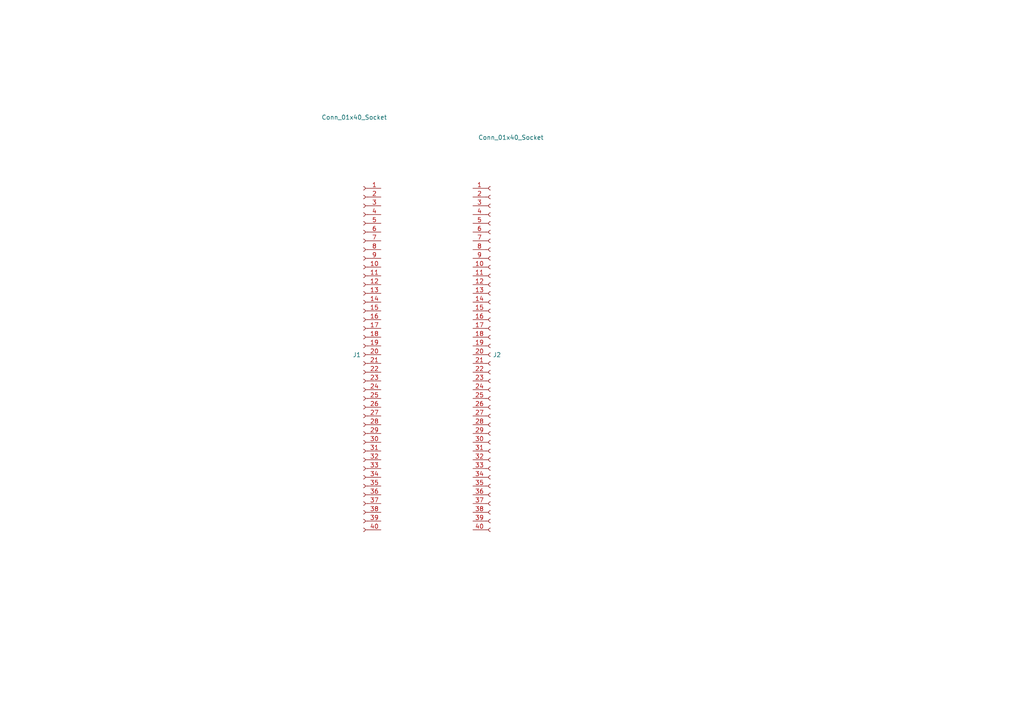
<source format=kicad_sch>
(kicad_sch
	(version 20231120)
	(generator "eeschema")
	(generator_version "8.0")
	(uuid "82d03cf5-8940-4373-889a-04f59aff2c18")
	(paper "A4")
	(lib_symbols
		(symbol "Connector:Conn_01x40_Socket"
			(pin_names
				(offset 1.016) hide)
			(exclude_from_sim no)
			(in_bom yes)
			(on_board yes)
			(property "Reference" "J"
				(at 0 50.8 0)
				(effects
					(font
						(size 1.27 1.27)
					)
				)
			)
			(property "Value" "Conn_01x40_Socket"
				(at 0 -53.34 0)
				(effects
					(font
						(size 1.27 1.27)
					)
				)
			)
			(property "Footprint" ""
				(at 0 0 0)
				(effects
					(font
						(size 1.27 1.27)
					)
					(hide yes)
				)
			)
			(property "Datasheet" "~"
				(at 0 0 0)
				(effects
					(font
						(size 1.27 1.27)
					)
					(hide yes)
				)
			)
			(property "Description" "Generic connector, single row, 01x40, script generated"
				(at 0 0 0)
				(effects
					(font
						(size 1.27 1.27)
					)
					(hide yes)
				)
			)
			(property "ki_locked" ""
				(at 0 0 0)
				(effects
					(font
						(size 1.27 1.27)
					)
				)
			)
			(property "ki_keywords" "connector"
				(at 0 0 0)
				(effects
					(font
						(size 1.27 1.27)
					)
					(hide yes)
				)
			)
			(property "ki_fp_filters" "Connector*:*_1x??_*"
				(at 0 0 0)
				(effects
					(font
						(size 1.27 1.27)
					)
					(hide yes)
				)
			)
			(symbol "Conn_01x40_Socket_1_1"
				(arc
					(start 0 -50.292)
					(mid -0.5058 -50.8)
					(end 0 -51.308)
					(stroke
						(width 0.1524)
						(type default)
					)
					(fill
						(type none)
					)
				)
				(arc
					(start 0 -47.752)
					(mid -0.5058 -48.26)
					(end 0 -48.768)
					(stroke
						(width 0.1524)
						(type default)
					)
					(fill
						(type none)
					)
				)
				(arc
					(start 0 -45.212)
					(mid -0.5058 -45.72)
					(end 0 -46.228)
					(stroke
						(width 0.1524)
						(type default)
					)
					(fill
						(type none)
					)
				)
				(arc
					(start 0 -42.672)
					(mid -0.5058 -43.18)
					(end 0 -43.688)
					(stroke
						(width 0.1524)
						(type default)
					)
					(fill
						(type none)
					)
				)
				(arc
					(start 0 -40.132)
					(mid -0.5058 -40.64)
					(end 0 -41.148)
					(stroke
						(width 0.1524)
						(type default)
					)
					(fill
						(type none)
					)
				)
				(arc
					(start 0 -37.592)
					(mid -0.5058 -38.1)
					(end 0 -38.608)
					(stroke
						(width 0.1524)
						(type default)
					)
					(fill
						(type none)
					)
				)
				(arc
					(start 0 -35.052)
					(mid -0.5058 -35.56)
					(end 0 -36.068)
					(stroke
						(width 0.1524)
						(type default)
					)
					(fill
						(type none)
					)
				)
				(arc
					(start 0 -32.512)
					(mid -0.5058 -33.02)
					(end 0 -33.528)
					(stroke
						(width 0.1524)
						(type default)
					)
					(fill
						(type none)
					)
				)
				(arc
					(start 0 -29.972)
					(mid -0.5058 -30.48)
					(end 0 -30.988)
					(stroke
						(width 0.1524)
						(type default)
					)
					(fill
						(type none)
					)
				)
				(arc
					(start 0 -27.432)
					(mid -0.5058 -27.94)
					(end 0 -28.448)
					(stroke
						(width 0.1524)
						(type default)
					)
					(fill
						(type none)
					)
				)
				(arc
					(start 0 -24.892)
					(mid -0.5058 -25.4)
					(end 0 -25.908)
					(stroke
						(width 0.1524)
						(type default)
					)
					(fill
						(type none)
					)
				)
				(arc
					(start 0 -22.352)
					(mid -0.5058 -22.86)
					(end 0 -23.368)
					(stroke
						(width 0.1524)
						(type default)
					)
					(fill
						(type none)
					)
				)
				(arc
					(start 0 -19.812)
					(mid -0.5058 -20.32)
					(end 0 -20.828)
					(stroke
						(width 0.1524)
						(type default)
					)
					(fill
						(type none)
					)
				)
				(arc
					(start 0 -17.272)
					(mid -0.5058 -17.78)
					(end 0 -18.288)
					(stroke
						(width 0.1524)
						(type default)
					)
					(fill
						(type none)
					)
				)
				(arc
					(start 0 -14.732)
					(mid -0.5058 -15.24)
					(end 0 -15.748)
					(stroke
						(width 0.1524)
						(type default)
					)
					(fill
						(type none)
					)
				)
				(arc
					(start 0 -12.192)
					(mid -0.5058 -12.7)
					(end 0 -13.208)
					(stroke
						(width 0.1524)
						(type default)
					)
					(fill
						(type none)
					)
				)
				(arc
					(start 0 -9.652)
					(mid -0.5058 -10.16)
					(end 0 -10.668)
					(stroke
						(width 0.1524)
						(type default)
					)
					(fill
						(type none)
					)
				)
				(arc
					(start 0 -7.112)
					(mid -0.5058 -7.62)
					(end 0 -8.128)
					(stroke
						(width 0.1524)
						(type default)
					)
					(fill
						(type none)
					)
				)
				(arc
					(start 0 -4.572)
					(mid -0.5058 -5.08)
					(end 0 -5.588)
					(stroke
						(width 0.1524)
						(type default)
					)
					(fill
						(type none)
					)
				)
				(arc
					(start 0 -2.032)
					(mid -0.5058 -2.54)
					(end 0 -3.048)
					(stroke
						(width 0.1524)
						(type default)
					)
					(fill
						(type none)
					)
				)
				(polyline
					(pts
						(xy -1.27 -50.8) (xy -0.508 -50.8)
					)
					(stroke
						(width 0.1524)
						(type default)
					)
					(fill
						(type none)
					)
				)
				(polyline
					(pts
						(xy -1.27 -48.26) (xy -0.508 -48.26)
					)
					(stroke
						(width 0.1524)
						(type default)
					)
					(fill
						(type none)
					)
				)
				(polyline
					(pts
						(xy -1.27 -45.72) (xy -0.508 -45.72)
					)
					(stroke
						(width 0.1524)
						(type default)
					)
					(fill
						(type none)
					)
				)
				(polyline
					(pts
						(xy -1.27 -43.18) (xy -0.508 -43.18)
					)
					(stroke
						(width 0.1524)
						(type default)
					)
					(fill
						(type none)
					)
				)
				(polyline
					(pts
						(xy -1.27 -40.64) (xy -0.508 -40.64)
					)
					(stroke
						(width 0.1524)
						(type default)
					)
					(fill
						(type none)
					)
				)
				(polyline
					(pts
						(xy -1.27 -38.1) (xy -0.508 -38.1)
					)
					(stroke
						(width 0.1524)
						(type default)
					)
					(fill
						(type none)
					)
				)
				(polyline
					(pts
						(xy -1.27 -35.56) (xy -0.508 -35.56)
					)
					(stroke
						(width 0.1524)
						(type default)
					)
					(fill
						(type none)
					)
				)
				(polyline
					(pts
						(xy -1.27 -33.02) (xy -0.508 -33.02)
					)
					(stroke
						(width 0.1524)
						(type default)
					)
					(fill
						(type none)
					)
				)
				(polyline
					(pts
						(xy -1.27 -30.48) (xy -0.508 -30.48)
					)
					(stroke
						(width 0.1524)
						(type default)
					)
					(fill
						(type none)
					)
				)
				(polyline
					(pts
						(xy -1.27 -27.94) (xy -0.508 -27.94)
					)
					(stroke
						(width 0.1524)
						(type default)
					)
					(fill
						(type none)
					)
				)
				(polyline
					(pts
						(xy -1.27 -25.4) (xy -0.508 -25.4)
					)
					(stroke
						(width 0.1524)
						(type default)
					)
					(fill
						(type none)
					)
				)
				(polyline
					(pts
						(xy -1.27 -22.86) (xy -0.508 -22.86)
					)
					(stroke
						(width 0.1524)
						(type default)
					)
					(fill
						(type none)
					)
				)
				(polyline
					(pts
						(xy -1.27 -20.32) (xy -0.508 -20.32)
					)
					(stroke
						(width 0.1524)
						(type default)
					)
					(fill
						(type none)
					)
				)
				(polyline
					(pts
						(xy -1.27 -17.78) (xy -0.508 -17.78)
					)
					(stroke
						(width 0.1524)
						(type default)
					)
					(fill
						(type none)
					)
				)
				(polyline
					(pts
						(xy -1.27 -15.24) (xy -0.508 -15.24)
					)
					(stroke
						(width 0.1524)
						(type default)
					)
					(fill
						(type none)
					)
				)
				(polyline
					(pts
						(xy -1.27 -12.7) (xy -0.508 -12.7)
					)
					(stroke
						(width 0.1524)
						(type default)
					)
					(fill
						(type none)
					)
				)
				(polyline
					(pts
						(xy -1.27 -10.16) (xy -0.508 -10.16)
					)
					(stroke
						(width 0.1524)
						(type default)
					)
					(fill
						(type none)
					)
				)
				(polyline
					(pts
						(xy -1.27 -7.62) (xy -0.508 -7.62)
					)
					(stroke
						(width 0.1524)
						(type default)
					)
					(fill
						(type none)
					)
				)
				(polyline
					(pts
						(xy -1.27 -5.08) (xy -0.508 -5.08)
					)
					(stroke
						(width 0.1524)
						(type default)
					)
					(fill
						(type none)
					)
				)
				(polyline
					(pts
						(xy -1.27 -2.54) (xy -0.508 -2.54)
					)
					(stroke
						(width 0.1524)
						(type default)
					)
					(fill
						(type none)
					)
				)
				(polyline
					(pts
						(xy -1.27 0) (xy -0.508 0)
					)
					(stroke
						(width 0.1524)
						(type default)
					)
					(fill
						(type none)
					)
				)
				(polyline
					(pts
						(xy -1.27 2.54) (xy -0.508 2.54)
					)
					(stroke
						(width 0.1524)
						(type default)
					)
					(fill
						(type none)
					)
				)
				(polyline
					(pts
						(xy -1.27 5.08) (xy -0.508 5.08)
					)
					(stroke
						(width 0.1524)
						(type default)
					)
					(fill
						(type none)
					)
				)
				(polyline
					(pts
						(xy -1.27 7.62) (xy -0.508 7.62)
					)
					(stroke
						(width 0.1524)
						(type default)
					)
					(fill
						(type none)
					)
				)
				(polyline
					(pts
						(xy -1.27 10.16) (xy -0.508 10.16)
					)
					(stroke
						(width 0.1524)
						(type default)
					)
					(fill
						(type none)
					)
				)
				(polyline
					(pts
						(xy -1.27 12.7) (xy -0.508 12.7)
					)
					(stroke
						(width 0.1524)
						(type default)
					)
					(fill
						(type none)
					)
				)
				(polyline
					(pts
						(xy -1.27 15.24) (xy -0.508 15.24)
					)
					(stroke
						(width 0.1524)
						(type default)
					)
					(fill
						(type none)
					)
				)
				(polyline
					(pts
						(xy -1.27 17.78) (xy -0.508 17.78)
					)
					(stroke
						(width 0.1524)
						(type default)
					)
					(fill
						(type none)
					)
				)
				(polyline
					(pts
						(xy -1.27 20.32) (xy -0.508 20.32)
					)
					(stroke
						(width 0.1524)
						(type default)
					)
					(fill
						(type none)
					)
				)
				(polyline
					(pts
						(xy -1.27 22.86) (xy -0.508 22.86)
					)
					(stroke
						(width 0.1524)
						(type default)
					)
					(fill
						(type none)
					)
				)
				(polyline
					(pts
						(xy -1.27 25.4) (xy -0.508 25.4)
					)
					(stroke
						(width 0.1524)
						(type default)
					)
					(fill
						(type none)
					)
				)
				(polyline
					(pts
						(xy -1.27 27.94) (xy -0.508 27.94)
					)
					(stroke
						(width 0.1524)
						(type default)
					)
					(fill
						(type none)
					)
				)
				(polyline
					(pts
						(xy -1.27 30.48) (xy -0.508 30.48)
					)
					(stroke
						(width 0.1524)
						(type default)
					)
					(fill
						(type none)
					)
				)
				(polyline
					(pts
						(xy -1.27 33.02) (xy -0.508 33.02)
					)
					(stroke
						(width 0.1524)
						(type default)
					)
					(fill
						(type none)
					)
				)
				(polyline
					(pts
						(xy -1.27 35.56) (xy -0.508 35.56)
					)
					(stroke
						(width 0.1524)
						(type default)
					)
					(fill
						(type none)
					)
				)
				(polyline
					(pts
						(xy -1.27 38.1) (xy -0.508 38.1)
					)
					(stroke
						(width 0.1524)
						(type default)
					)
					(fill
						(type none)
					)
				)
				(polyline
					(pts
						(xy -1.27 40.64) (xy -0.508 40.64)
					)
					(stroke
						(width 0.1524)
						(type default)
					)
					(fill
						(type none)
					)
				)
				(polyline
					(pts
						(xy -1.27 43.18) (xy -0.508 43.18)
					)
					(stroke
						(width 0.1524)
						(type default)
					)
					(fill
						(type none)
					)
				)
				(polyline
					(pts
						(xy -1.27 45.72) (xy -0.508 45.72)
					)
					(stroke
						(width 0.1524)
						(type default)
					)
					(fill
						(type none)
					)
				)
				(polyline
					(pts
						(xy -1.27 48.26) (xy -0.508 48.26)
					)
					(stroke
						(width 0.1524)
						(type default)
					)
					(fill
						(type none)
					)
				)
				(arc
					(start 0 0.508)
					(mid -0.5058 0)
					(end 0 -0.508)
					(stroke
						(width 0.1524)
						(type default)
					)
					(fill
						(type none)
					)
				)
				(arc
					(start 0 3.048)
					(mid -0.5058 2.54)
					(end 0 2.032)
					(stroke
						(width 0.1524)
						(type default)
					)
					(fill
						(type none)
					)
				)
				(arc
					(start 0 5.588)
					(mid -0.5058 5.08)
					(end 0 4.572)
					(stroke
						(width 0.1524)
						(type default)
					)
					(fill
						(type none)
					)
				)
				(arc
					(start 0 8.128)
					(mid -0.5058 7.62)
					(end 0 7.112)
					(stroke
						(width 0.1524)
						(type default)
					)
					(fill
						(type none)
					)
				)
				(arc
					(start 0 10.668)
					(mid -0.5058 10.16)
					(end 0 9.652)
					(stroke
						(width 0.1524)
						(type default)
					)
					(fill
						(type none)
					)
				)
				(arc
					(start 0 13.208)
					(mid -0.5058 12.7)
					(end 0 12.192)
					(stroke
						(width 0.1524)
						(type default)
					)
					(fill
						(type none)
					)
				)
				(arc
					(start 0 15.748)
					(mid -0.5058 15.24)
					(end 0 14.732)
					(stroke
						(width 0.1524)
						(type default)
					)
					(fill
						(type none)
					)
				)
				(arc
					(start 0 18.288)
					(mid -0.5058 17.78)
					(end 0 17.272)
					(stroke
						(width 0.1524)
						(type default)
					)
					(fill
						(type none)
					)
				)
				(arc
					(start 0 20.828)
					(mid -0.5058 20.32)
					(end 0 19.812)
					(stroke
						(width 0.1524)
						(type default)
					)
					(fill
						(type none)
					)
				)
				(arc
					(start 0 23.368)
					(mid -0.5058 22.86)
					(end 0 22.352)
					(stroke
						(width 0.1524)
						(type default)
					)
					(fill
						(type none)
					)
				)
				(arc
					(start 0 25.908)
					(mid -0.5058 25.4)
					(end 0 24.892)
					(stroke
						(width 0.1524)
						(type default)
					)
					(fill
						(type none)
					)
				)
				(arc
					(start 0 28.448)
					(mid -0.5058 27.94)
					(end 0 27.432)
					(stroke
						(width 0.1524)
						(type default)
					)
					(fill
						(type none)
					)
				)
				(arc
					(start 0 30.988)
					(mid -0.5058 30.48)
					(end 0 29.972)
					(stroke
						(width 0.1524)
						(type default)
					)
					(fill
						(type none)
					)
				)
				(arc
					(start 0 33.528)
					(mid -0.5058 33.02)
					(end 0 32.512)
					(stroke
						(width 0.1524)
						(type default)
					)
					(fill
						(type none)
					)
				)
				(arc
					(start 0 36.068)
					(mid -0.5058 35.56)
					(end 0 35.052)
					(stroke
						(width 0.1524)
						(type default)
					)
					(fill
						(type none)
					)
				)
				(arc
					(start 0 38.608)
					(mid -0.5058 38.1)
					(end 0 37.592)
					(stroke
						(width 0.1524)
						(type default)
					)
					(fill
						(type none)
					)
				)
				(arc
					(start 0 41.148)
					(mid -0.5058 40.64)
					(end 0 40.132)
					(stroke
						(width 0.1524)
						(type default)
					)
					(fill
						(type none)
					)
				)
				(arc
					(start 0 43.688)
					(mid -0.5058 43.18)
					(end 0 42.672)
					(stroke
						(width 0.1524)
						(type default)
					)
					(fill
						(type none)
					)
				)
				(arc
					(start 0 46.228)
					(mid -0.5058 45.72)
					(end 0 45.212)
					(stroke
						(width 0.1524)
						(type default)
					)
					(fill
						(type none)
					)
				)
				(arc
					(start 0 48.768)
					(mid -0.5058 48.26)
					(end 0 47.752)
					(stroke
						(width 0.1524)
						(type default)
					)
					(fill
						(type none)
					)
				)
				(pin passive line
					(at -5.08 48.26 0)
					(length 3.81)
					(name "Pin_1"
						(effects
							(font
								(size 1.27 1.27)
							)
						)
					)
					(number "1"
						(effects
							(font
								(size 1.27 1.27)
							)
						)
					)
				)
				(pin passive line
					(at -5.08 25.4 0)
					(length 3.81)
					(name "Pin_10"
						(effects
							(font
								(size 1.27 1.27)
							)
						)
					)
					(number "10"
						(effects
							(font
								(size 1.27 1.27)
							)
						)
					)
				)
				(pin passive line
					(at -5.08 22.86 0)
					(length 3.81)
					(name "Pin_11"
						(effects
							(font
								(size 1.27 1.27)
							)
						)
					)
					(number "11"
						(effects
							(font
								(size 1.27 1.27)
							)
						)
					)
				)
				(pin passive line
					(at -5.08 20.32 0)
					(length 3.81)
					(name "Pin_12"
						(effects
							(font
								(size 1.27 1.27)
							)
						)
					)
					(number "12"
						(effects
							(font
								(size 1.27 1.27)
							)
						)
					)
				)
				(pin passive line
					(at -5.08 17.78 0)
					(length 3.81)
					(name "Pin_13"
						(effects
							(font
								(size 1.27 1.27)
							)
						)
					)
					(number "13"
						(effects
							(font
								(size 1.27 1.27)
							)
						)
					)
				)
				(pin passive line
					(at -5.08 15.24 0)
					(length 3.81)
					(name "Pin_14"
						(effects
							(font
								(size 1.27 1.27)
							)
						)
					)
					(number "14"
						(effects
							(font
								(size 1.27 1.27)
							)
						)
					)
				)
				(pin passive line
					(at -5.08 12.7 0)
					(length 3.81)
					(name "Pin_15"
						(effects
							(font
								(size 1.27 1.27)
							)
						)
					)
					(number "15"
						(effects
							(font
								(size 1.27 1.27)
							)
						)
					)
				)
				(pin passive line
					(at -5.08 10.16 0)
					(length 3.81)
					(name "Pin_16"
						(effects
							(font
								(size 1.27 1.27)
							)
						)
					)
					(number "16"
						(effects
							(font
								(size 1.27 1.27)
							)
						)
					)
				)
				(pin passive line
					(at -5.08 7.62 0)
					(length 3.81)
					(name "Pin_17"
						(effects
							(font
								(size 1.27 1.27)
							)
						)
					)
					(number "17"
						(effects
							(font
								(size 1.27 1.27)
							)
						)
					)
				)
				(pin passive line
					(at -5.08 5.08 0)
					(length 3.81)
					(name "Pin_18"
						(effects
							(font
								(size 1.27 1.27)
							)
						)
					)
					(number "18"
						(effects
							(font
								(size 1.27 1.27)
							)
						)
					)
				)
				(pin passive line
					(at -5.08 2.54 0)
					(length 3.81)
					(name "Pin_19"
						(effects
							(font
								(size 1.27 1.27)
							)
						)
					)
					(number "19"
						(effects
							(font
								(size 1.27 1.27)
							)
						)
					)
				)
				(pin passive line
					(at -5.08 45.72 0)
					(length 3.81)
					(name "Pin_2"
						(effects
							(font
								(size 1.27 1.27)
							)
						)
					)
					(number "2"
						(effects
							(font
								(size 1.27 1.27)
							)
						)
					)
				)
				(pin passive line
					(at -5.08 0 0)
					(length 3.81)
					(name "Pin_20"
						(effects
							(font
								(size 1.27 1.27)
							)
						)
					)
					(number "20"
						(effects
							(font
								(size 1.27 1.27)
							)
						)
					)
				)
				(pin passive line
					(at -5.08 -2.54 0)
					(length 3.81)
					(name "Pin_21"
						(effects
							(font
								(size 1.27 1.27)
							)
						)
					)
					(number "21"
						(effects
							(font
								(size 1.27 1.27)
							)
						)
					)
				)
				(pin passive line
					(at -5.08 -5.08 0)
					(length 3.81)
					(name "Pin_22"
						(effects
							(font
								(size 1.27 1.27)
							)
						)
					)
					(number "22"
						(effects
							(font
								(size 1.27 1.27)
							)
						)
					)
				)
				(pin passive line
					(at -5.08 -7.62 0)
					(length 3.81)
					(name "Pin_23"
						(effects
							(font
								(size 1.27 1.27)
							)
						)
					)
					(number "23"
						(effects
							(font
								(size 1.27 1.27)
							)
						)
					)
				)
				(pin passive line
					(at -5.08 -10.16 0)
					(length 3.81)
					(name "Pin_24"
						(effects
							(font
								(size 1.27 1.27)
							)
						)
					)
					(number "24"
						(effects
							(font
								(size 1.27 1.27)
							)
						)
					)
				)
				(pin passive line
					(at -5.08 -12.7 0)
					(length 3.81)
					(name "Pin_25"
						(effects
							(font
								(size 1.27 1.27)
							)
						)
					)
					(number "25"
						(effects
							(font
								(size 1.27 1.27)
							)
						)
					)
				)
				(pin passive line
					(at -5.08 -15.24 0)
					(length 3.81)
					(name "Pin_26"
						(effects
							(font
								(size 1.27 1.27)
							)
						)
					)
					(number "26"
						(effects
							(font
								(size 1.27 1.27)
							)
						)
					)
				)
				(pin passive line
					(at -5.08 -17.78 0)
					(length 3.81)
					(name "Pin_27"
						(effects
							(font
								(size 1.27 1.27)
							)
						)
					)
					(number "27"
						(effects
							(font
								(size 1.27 1.27)
							)
						)
					)
				)
				(pin passive line
					(at -5.08 -20.32 0)
					(length 3.81)
					(name "Pin_28"
						(effects
							(font
								(size 1.27 1.27)
							)
						)
					)
					(number "28"
						(effects
							(font
								(size 1.27 1.27)
							)
						)
					)
				)
				(pin passive line
					(at -5.08 -22.86 0)
					(length 3.81)
					(name "Pin_29"
						(effects
							(font
								(size 1.27 1.27)
							)
						)
					)
					(number "29"
						(effects
							(font
								(size 1.27 1.27)
							)
						)
					)
				)
				(pin passive line
					(at -5.08 43.18 0)
					(length 3.81)
					(name "Pin_3"
						(effects
							(font
								(size 1.27 1.27)
							)
						)
					)
					(number "3"
						(effects
							(font
								(size 1.27 1.27)
							)
						)
					)
				)
				(pin passive line
					(at -5.08 -25.4 0)
					(length 3.81)
					(name "Pin_30"
						(effects
							(font
								(size 1.27 1.27)
							)
						)
					)
					(number "30"
						(effects
							(font
								(size 1.27 1.27)
							)
						)
					)
				)
				(pin passive line
					(at -5.08 -27.94 0)
					(length 3.81)
					(name "Pin_31"
						(effects
							(font
								(size 1.27 1.27)
							)
						)
					)
					(number "31"
						(effects
							(font
								(size 1.27 1.27)
							)
						)
					)
				)
				(pin passive line
					(at -5.08 -30.48 0)
					(length 3.81)
					(name "Pin_32"
						(effects
							(font
								(size 1.27 1.27)
							)
						)
					)
					(number "32"
						(effects
							(font
								(size 1.27 1.27)
							)
						)
					)
				)
				(pin passive line
					(at -5.08 -33.02 0)
					(length 3.81)
					(name "Pin_33"
						(effects
							(font
								(size 1.27 1.27)
							)
						)
					)
					(number "33"
						(effects
							(font
								(size 1.27 1.27)
							)
						)
					)
				)
				(pin passive line
					(at -5.08 -35.56 0)
					(length 3.81)
					(name "Pin_34"
						(effects
							(font
								(size 1.27 1.27)
							)
						)
					)
					(number "34"
						(effects
							(font
								(size 1.27 1.27)
							)
						)
					)
				)
				(pin passive line
					(at -5.08 -38.1 0)
					(length 3.81)
					(name "Pin_35"
						(effects
							(font
								(size 1.27 1.27)
							)
						)
					)
					(number "35"
						(effects
							(font
								(size 1.27 1.27)
							)
						)
					)
				)
				(pin passive line
					(at -5.08 -40.64 0)
					(length 3.81)
					(name "Pin_36"
						(effects
							(font
								(size 1.27 1.27)
							)
						)
					)
					(number "36"
						(effects
							(font
								(size 1.27 1.27)
							)
						)
					)
				)
				(pin passive line
					(at -5.08 -43.18 0)
					(length 3.81)
					(name "Pin_37"
						(effects
							(font
								(size 1.27 1.27)
							)
						)
					)
					(number "37"
						(effects
							(font
								(size 1.27 1.27)
							)
						)
					)
				)
				(pin passive line
					(at -5.08 -45.72 0)
					(length 3.81)
					(name "Pin_38"
						(effects
							(font
								(size 1.27 1.27)
							)
						)
					)
					(number "38"
						(effects
							(font
								(size 1.27 1.27)
							)
						)
					)
				)
				(pin passive line
					(at -5.08 -48.26 0)
					(length 3.81)
					(name "Pin_39"
						(effects
							(font
								(size 1.27 1.27)
							)
						)
					)
					(number "39"
						(effects
							(font
								(size 1.27 1.27)
							)
						)
					)
				)
				(pin passive line
					(at -5.08 40.64 0)
					(length 3.81)
					(name "Pin_4"
						(effects
							(font
								(size 1.27 1.27)
							)
						)
					)
					(number "4"
						(effects
							(font
								(size 1.27 1.27)
							)
						)
					)
				)
				(pin passive line
					(at -5.08 -50.8 0)
					(length 3.81)
					(name "Pin_40"
						(effects
							(font
								(size 1.27 1.27)
							)
						)
					)
					(number "40"
						(effects
							(font
								(size 1.27 1.27)
							)
						)
					)
				)
				(pin passive line
					(at -5.08 38.1 0)
					(length 3.81)
					(name "Pin_5"
						(effects
							(font
								(size 1.27 1.27)
							)
						)
					)
					(number "5"
						(effects
							(font
								(size 1.27 1.27)
							)
						)
					)
				)
				(pin passive line
					(at -5.08 35.56 0)
					(length 3.81)
					(name "Pin_6"
						(effects
							(font
								(size 1.27 1.27)
							)
						)
					)
					(number "6"
						(effects
							(font
								(size 1.27 1.27)
							)
						)
					)
				)
				(pin passive line
					(at -5.08 33.02 0)
					(length 3.81)
					(name "Pin_7"
						(effects
							(font
								(size 1.27 1.27)
							)
						)
					)
					(number "7"
						(effects
							(font
								(size 1.27 1.27)
							)
						)
					)
				)
				(pin passive line
					(at -5.08 30.48 0)
					(length 3.81)
					(name "Pin_8"
						(effects
							(font
								(size 1.27 1.27)
							)
						)
					)
					(number "8"
						(effects
							(font
								(size 1.27 1.27)
							)
						)
					)
				)
				(pin passive line
					(at -5.08 27.94 0)
					(length 3.81)
					(name "Pin_9"
						(effects
							(font
								(size 1.27 1.27)
							)
						)
					)
					(number "9"
						(effects
							(font
								(size 1.27 1.27)
							)
						)
					)
				)
			)
		)
	)
	(symbol
		(lib_id "Connector:Conn_01x40_Socket")
		(at 105.41 102.87 0)
		(mirror y)
		(unit 1)
		(exclude_from_sim no)
		(in_bom yes)
		(on_board yes)
		(dnp no)
		(uuid "59abe8b8-51ab-4410-9ba2-2ef3ec015b07")
		(property "Reference" "J1"
			(at 104.6988 102.9278 0)
			(effects
				(font
					(size 1.27 1.27)
				)
				(justify left)
			)
		)
		(property "Value" "Conn_01x40_Socket"
			(at 112.268 34.036 0)
			(effects
				(font
					(size 1.27 1.27)
				)
				(justify left)
			)
		)
		(property "Footprint" "Connector_PinSocket_2.54mm:PinSocket_1x20_P2.54mm_Vertical"
			(at 105.41 102.87 0)
			(effects
				(font
					(size 1.27 1.27)
				)
				(hide yes)
			)
		)
		(property "Datasheet" "~"
			(at 105.41 102.87 0)
			(effects
				(font
					(size 1.27 1.27)
				)
				(hide yes)
			)
		)
		(property "Description" "Generic connector, single row, 01x40, script generated"
			(at 105.41 102.87 0)
			(effects
				(font
					(size 1.27 1.27)
				)
				(hide yes)
			)
		)
		(pin "24"
			(uuid "6da04b69-6985-494a-bb94-0b864fa62643")
		)
		(pin "9"
			(uuid "57e9e41c-16da-4ef3-9e30-c80e02e63db9")
		)
		(pin "10"
			(uuid "7768c09b-e076-40f7-ba37-bf4ceb7b7b2d")
		)
		(pin "8"
			(uuid "790850c9-25b0-473c-ba25-7c49ceacbf4b")
		)
		(pin "14"
			(uuid "530bf203-197f-4af3-8383-023b6b1c5298")
		)
		(pin "25"
			(uuid "815c1138-4305-483f-96f9-c62e262156e3")
		)
		(pin "4"
			(uuid "808f68ae-a705-4717-afc8-2540e3ca1246")
		)
		(pin "29"
			(uuid "c91e1a19-1d1b-4407-81c8-3f5a94bd8b40")
		)
		(pin "35"
			(uuid "19648c81-69d9-437f-86e5-e8492106c3af")
		)
		(pin "17"
			(uuid "672a0c60-454a-46bf-97f9-85f043a20705")
		)
		(pin "36"
			(uuid "c3d0d47a-b20e-4599-b520-8509d8c3795a")
		)
		(pin "31"
			(uuid "9c1fbad9-f3af-4343-b235-c8679a1607cf")
		)
		(pin "23"
			(uuid "f03eca21-e8bb-4c4e-8801-b2569f80ef34")
		)
		(pin "38"
			(uuid "f8db682d-7dbe-45b9-b036-566a0a0c5a53")
		)
		(pin "39"
			(uuid "cd5768be-7235-485c-a6d9-9ff51423e67c")
		)
		(pin "6"
			(uuid "f009775f-ac08-491d-8bec-5036819f88f6")
		)
		(pin "22"
			(uuid "7f620826-beda-4441-97f4-a33561af4282")
		)
		(pin "12"
			(uuid "b5f11bc3-e63b-49ee-bf6d-dca4eda30c33")
		)
		(pin "26"
			(uuid "bf1a3052-be9d-40cc-b575-734b76307d41")
		)
		(pin "32"
			(uuid "825f9dd8-010b-45a4-aa21-5f1aad536335")
		)
		(pin "21"
			(uuid "e4e77c5a-249d-4ea2-8e2b-a8250d75242b")
		)
		(pin "28"
			(uuid "64b44912-8f91-4900-9da3-a9392165298c")
		)
		(pin "3"
			(uuid "ad914771-ef12-459c-8715-e5b50014c478")
		)
		(pin "30"
			(uuid "7f5499ba-7ff3-4654-a85b-aa1bd7b9a8d0")
		)
		(pin "1"
			(uuid "ae4b593a-268b-4c98-9bc1-85fb954abb34")
		)
		(pin "2"
			(uuid "0a1ec1f7-c0d8-49fb-9489-ae001814de5b")
		)
		(pin "13"
			(uuid "1959c1f4-033d-4a83-ad2d-dae1898184ed")
		)
		(pin "20"
			(uuid "01b7098c-acf9-4591-b584-edb2b2ea2124")
		)
		(pin "5"
			(uuid "610c744e-274c-4ffc-b7b0-e99422b22ae4")
		)
		(pin "7"
			(uuid "3fa1839b-0bb5-41d4-b952-ea43eae40ce6")
		)
		(pin "11"
			(uuid "bb8c0c0a-b8e3-4830-8211-7fc3968155c6")
		)
		(pin "19"
			(uuid "855165f1-e1ed-4a36-bc63-65bac611af71")
		)
		(pin "27"
			(uuid "fbcb1ae3-f222-4b0c-99b9-b55e9b1a2753")
		)
		(pin "15"
			(uuid "ee1bc5bb-2399-40ae-8f90-96bfb7cc8b91")
		)
		(pin "34"
			(uuid "b1e241d0-7527-48ea-b9ea-f067c0fde29a")
		)
		(pin "37"
			(uuid "a3614080-049a-409a-adaf-c4b073f1f11b")
		)
		(pin "40"
			(uuid "0b206c91-1ae0-49be-9eb8-b81a616b0f47")
		)
		(pin "18"
			(uuid "a4e87aec-d68a-4f82-bfa9-938147bfc0a2")
		)
		(pin "33"
			(uuid "33b41b4e-9f40-4c65-b8c7-69c3b3c31ec0")
		)
		(pin "16"
			(uuid "c389c279-2600-4751-8185-7fe459e6c28a")
		)
		(instances
			(project ""
				(path "/82d03cf5-8940-4373-889a-04f59aff2c18"
					(reference "J1")
					(unit 1)
				)
			)
		)
	)
	(symbol
		(lib_id "Connector:Conn_01x40_Socket")
		(at 142.24 102.87 0)
		(unit 1)
		(exclude_from_sim no)
		(in_bom yes)
		(on_board yes)
		(dnp no)
		(uuid "f8b2b73b-8130-45f3-a2e9-537d375ef9da")
		(property "Reference" "J2"
			(at 142.9512 102.9278 0)
			(effects
				(font
					(size 1.27 1.27)
				)
				(justify left)
			)
		)
		(property "Value" "Conn_01x40_Socket"
			(at 138.684 39.878 0)
			(effects
				(font
					(size 1.27 1.27)
				)
				(justify left)
			)
		)
		(property "Footprint" "Connector_PinSocket_2.54mm:PinSocket_1x20_P2.54mm_Vertical"
			(at 142.24 102.87 0)
			(effects
				(font
					(size 1.27 1.27)
				)
				(hide yes)
			)
		)
		(property "Datasheet" "~"
			(at 142.24 102.87 0)
			(effects
				(font
					(size 1.27 1.27)
				)
				(hide yes)
			)
		)
		(property "Description" "Generic connector, single row, 01x40, script generated"
			(at 142.24 102.87 0)
			(effects
				(font
					(size 1.27 1.27)
				)
				(hide yes)
			)
		)
		(pin "2"
			(uuid "a61c63ab-345a-4d16-b785-ed6554bde63b")
		)
		(pin "40"
			(uuid "61d9a04f-0519-42ec-88e9-b7c0f7fc0be8")
		)
		(pin "29"
			(uuid "121a2223-b2f1-4187-aa3c-d10de053da13")
		)
		(pin "33"
			(uuid "5db45ee9-8ad8-4b73-b4ec-c27f5984980c")
		)
		(pin "38"
			(uuid "b8be16c3-098f-458a-ac49-ad6c02a0a62a")
		)
		(pin "17"
			(uuid "07636e22-95ef-4be6-be1e-981c6e517c3e")
		)
		(pin "4"
			(uuid "60e9887a-9cda-45e2-801f-ac2b9effe326")
		)
		(pin "19"
			(uuid "123390d6-685c-4887-98b9-6a7bc999ff62")
		)
		(pin "28"
			(uuid "a7216d22-c0db-4da0-b867-a668fe09cfaf")
		)
		(pin "37"
			(uuid "db40c0e9-8bc4-4a9e-b89d-12ee959b1dee")
		)
		(pin "39"
			(uuid "dc87a212-f96a-446f-9d81-2483d92392eb")
		)
		(pin "11"
			(uuid "dab4771c-5597-4d62-a095-732de5cdda60")
		)
		(pin "32"
			(uuid "e28db885-b4fd-46fd-9232-c6c1163bc8bf")
		)
		(pin "24"
			(uuid "2f4157ef-fae6-4f59-89e3-18d0603dc0e5")
		)
		(pin "5"
			(uuid "b4bf65b0-cd48-4fde-8c84-5129e7507da1")
		)
		(pin "7"
			(uuid "0f99e1b3-2156-467c-9c27-674e4004769f")
		)
		(pin "20"
			(uuid "2d0a27ad-1e59-4e6a-b3ad-7e24969de2a1")
		)
		(pin "22"
			(uuid "6835a5cf-a67a-4ec8-804a-d1429d5d1895")
		)
		(pin "25"
			(uuid "d7936333-9d1d-4d96-8bf4-92524ae7c2be")
		)
		(pin "13"
			(uuid "5a5969b6-6252-4f43-b479-66a99ca81c8c")
		)
		(pin "31"
			(uuid "98d0cdff-9096-4470-9b13-2a73f6d93dc8")
		)
		(pin "15"
			(uuid "4d89e63c-0de4-4c58-b36e-f31bfeaacd16")
		)
		(pin "26"
			(uuid "e056bcda-ae30-4aa5-ab4d-81f808c3de23")
		)
		(pin "3"
			(uuid "2b2a1710-6617-46c1-b27f-5bae76dacdfd")
		)
		(pin "10"
			(uuid "829494b3-f58e-4e51-a81b-8e1ea87a2cb5")
		)
		(pin "35"
			(uuid "1adf82eb-96e0-4985-b4fd-bd4768118a92")
		)
		(pin "9"
			(uuid "9ab71962-969f-4e74-8e55-1999b79415a8")
		)
		(pin "12"
			(uuid "221cfad8-0d16-443c-9be4-7be630b413b1")
		)
		(pin "6"
			(uuid "7e6798da-956e-4f66-a016-7f5384422ae3")
		)
		(pin "23"
			(uuid "14aff962-b862-4260-a506-a7b6fc2caf64")
		)
		(pin "30"
			(uuid "63f33b99-890b-443b-8e1d-b3ec80392c38")
		)
		(pin "27"
			(uuid "2d6d3103-d74c-4329-a3d6-4e79ced6066e")
		)
		(pin "18"
			(uuid "93936148-fefe-45b5-af31-6a8374de9a27")
		)
		(pin "8"
			(uuid "93b5a76e-9bfe-4dec-ac36-99bec63972e2")
		)
		(pin "21"
			(uuid "b071ffb0-8862-40ab-a152-72b9c67a91bf")
		)
		(pin "14"
			(uuid "ead2cf1c-0bff-47ae-afff-cd4a0c8dd286")
		)
		(pin "34"
			(uuid "50e9caad-b141-47b6-93f6-4dea86edc3b1")
		)
		(pin "16"
			(uuid "74054c12-a226-452c-bd0c-b4207c7c50c5")
		)
		(pin "36"
			(uuid "c8b63220-2855-4719-ab09-370992c72b3e")
		)
		(pin "1"
			(uuid "9326e5f2-6909-44cd-b026-af8f95f1822d")
		)
		(instances
			(project ""
				(path "/82d03cf5-8940-4373-889a-04f59aff2c18"
					(reference "J2")
					(unit 1)
				)
			)
		)
	)
	(sheet_instances
		(path "/"
			(page "1")
		)
	)
)

</source>
